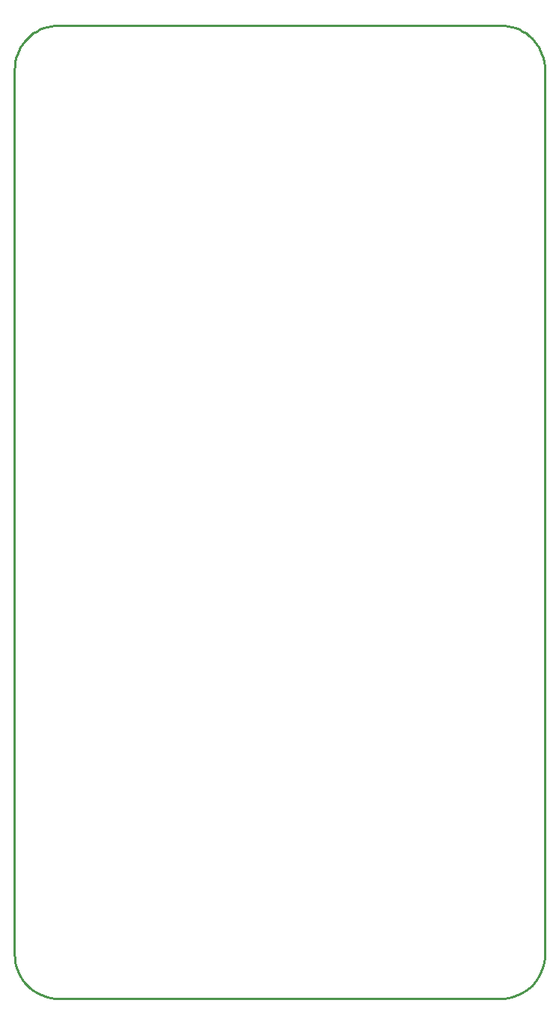
<source format=gbr>
G04 EAGLE Gerber RS-274X export*
G75*
%MOMM*%
%FSLAX34Y34*%
%LPD*%
%IN*%
%IPPOS*%
%AMOC8*
5,1,8,0,0,1.08239X$1,22.5*%
G01*
%ADD10C,0.254000*%


D10*
X0Y-1050000D02*
X190Y-1054358D01*
X760Y-1058682D01*
X1704Y-1062941D01*
X3015Y-1067101D01*
X4685Y-1071131D01*
X6699Y-1075000D01*
X9042Y-1078679D01*
X11698Y-1082139D01*
X14645Y-1085355D01*
X17861Y-1088302D01*
X21321Y-1090958D01*
X25000Y-1093301D01*
X28869Y-1095315D01*
X32899Y-1096985D01*
X37059Y-1098296D01*
X41318Y-1099240D01*
X45642Y-1099810D01*
X50000Y-1100000D01*
X550000Y-1100000D01*
X554358Y-1099810D01*
X558682Y-1099240D01*
X562941Y-1098296D01*
X567101Y-1096985D01*
X571131Y-1095315D01*
X575000Y-1093301D01*
X578679Y-1090958D01*
X582139Y-1088302D01*
X585355Y-1085355D01*
X588302Y-1082139D01*
X590958Y-1078679D01*
X593301Y-1075000D01*
X595315Y-1071131D01*
X596985Y-1067101D01*
X598296Y-1062941D01*
X599240Y-1058682D01*
X599810Y-1054358D01*
X600000Y-1050000D01*
X600000Y-50000D01*
X599810Y-45642D01*
X599240Y-41318D01*
X598296Y-37059D01*
X596985Y-32899D01*
X595315Y-28869D01*
X593301Y-25000D01*
X590958Y-21321D01*
X588302Y-17861D01*
X585355Y-14645D01*
X582139Y-11698D01*
X578679Y-9042D01*
X575000Y-6699D01*
X571131Y-4685D01*
X567101Y-3015D01*
X562941Y-1704D01*
X558682Y-760D01*
X554358Y-190D01*
X550000Y0D01*
X50000Y0D01*
X45642Y-190D01*
X41318Y-760D01*
X37059Y-1704D01*
X32899Y-3015D01*
X28869Y-4685D01*
X25000Y-6699D01*
X21321Y-9042D01*
X17861Y-11698D01*
X14645Y-14645D01*
X11698Y-17861D01*
X9042Y-21321D01*
X6699Y-25000D01*
X4685Y-28869D01*
X3015Y-32899D01*
X1704Y-37059D01*
X760Y-41318D01*
X190Y-45642D01*
X0Y-50000D01*
X0Y-1050000D01*
M02*

</source>
